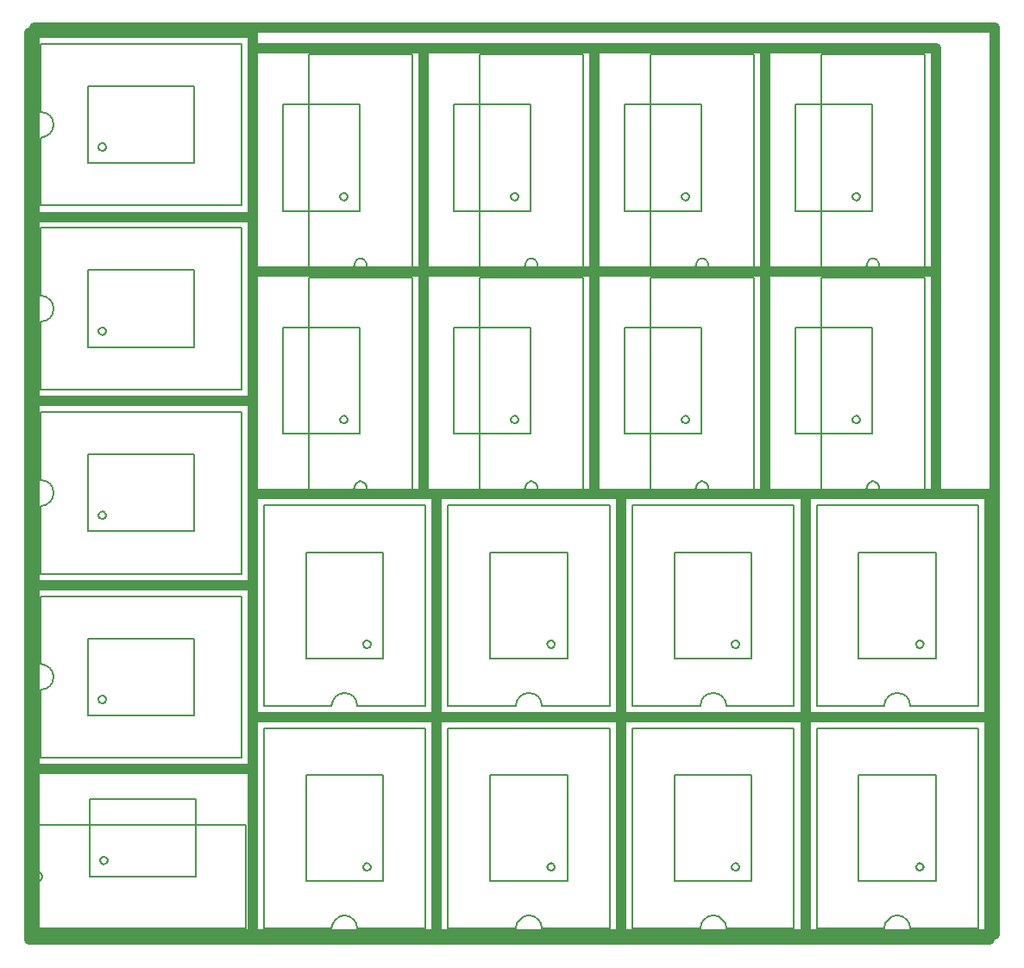
<source format=gto>
%FSLAX24Y24*%
%MOIN*%
%ADD10C,0.0069*%
%ADD11C,0.0394*%
D10*
G01X12874Y17717D02*
X12954Y17646D01*
X12691Y17717D02*
X12783Y17740D01*
X12874Y17717D01*
X9784Y23675D02*
X12768Y23675D01*
X14783Y25615D02*
X14783Y17365D01*
X10783Y25615D02*
X14783Y25615D01*
X10783Y17365D02*
X10783Y25615D01*
X13033Y17365D02*
X14783Y17365D01*
X12533Y17365D02*
X10783Y17365D01*
X12533Y17365D02*
X12554Y17529D01*
X9785Y19565D02*
X9784Y23675D01*
X9785Y19565D02*
X12769Y19565D01*
X12768Y23675D01*
X12145Y19965D02*
X12251Y20009D01*
X12039Y20009D02*
X12145Y19965D01*
X12251Y20009D02*
X12295Y20115D01*
X11995Y20115D02*
X12039Y20009D01*
X12295Y20115D02*
X12251Y20221D01*
X13011Y17529D02*
X13033Y17365D01*
X12554Y17529D02*
X12611Y17646D01*
X12039Y20221D02*
X11995Y20115D01*
X12251Y20221D02*
X12145Y20265D01*
X12039Y20221D01*
X12954Y17646D02*
X13011Y17529D01*
X12611Y17646D02*
X12691Y17717D01*
X12874Y26337D02*
X12954Y26266D01*
X12691Y26337D02*
X12783Y26360D01*
X12874Y26337D01*
X9784Y32295D02*
X12768Y32295D01*
X14783Y34235D02*
X14783Y25985D01*
X10783Y34235D02*
X14783Y34235D01*
X10783Y25985D02*
X10783Y34235D01*
X13033Y25985D02*
X14783Y25985D01*
X12533Y25985D02*
X10783Y25985D01*
X12533Y25985D02*
X12554Y26149D01*
X9785Y28185D02*
X9784Y32295D01*
X9785Y28185D02*
X12769Y28185D01*
X12768Y32295D01*
X12145Y28585D02*
X12251Y28629D01*
X12039Y28629D02*
X12145Y28585D01*
X12251Y28629D02*
X12295Y28735D01*
X11995Y28735D02*
X12039Y28629D01*
X12295Y28735D02*
X12251Y28841D01*
X13011Y26149D02*
X13033Y25985D01*
X12554Y26149D02*
X12611Y26266D01*
X12039Y28841D02*
X11995Y28735D01*
X12251Y28841D02*
X12145Y28885D01*
X12039Y28841D01*
X12954Y26266D02*
X13011Y26149D01*
X12611Y26266D02*
X12691Y26337D01*
X477Y2346D02*
X406Y2266D01*
X477Y2529D02*
X500Y2437D01*
X477Y2346D01*
X6435Y5436D02*
X6435Y2452D01*
X8375Y437D02*
X125Y437D01*
X8375Y4437D02*
X8375Y437D01*
X125Y4437D02*
X8375Y4437D01*
X125Y2187D02*
X125Y437D01*
X125Y2687D02*
X125Y4437D01*
X125Y2687D02*
X289Y2666D01*
X2325Y5435D02*
X6435Y5436D01*
X2325Y5435D02*
X2325Y2451D01*
X6435Y2452D01*
X2725Y3075D02*
X2769Y2969D01*
X2769Y3181D02*
X2725Y3075D01*
X2769Y2969D02*
X2875Y2925D01*
X2875Y3225D02*
X2769Y3181D01*
X2875Y2925D02*
X2981Y2969D01*
X289Y2209D02*
X125Y2187D01*
X289Y2666D02*
X406Y2609D01*
X2981Y3181D02*
X2875Y3225D01*
X2981Y2969D02*
X3025Y3075D01*
X2981Y3181D01*
X406Y2266D02*
X289Y2209D01*
X406Y2609D02*
X477Y2529D01*
X26074Y26337D02*
X26154Y26266D01*
X25891Y26337D02*
X25983Y26360D01*
X26074Y26337D01*
X22984Y32295D02*
X25968Y32295D01*
X27983Y34235D02*
X27983Y25985D01*
X23983Y34235D02*
X27983Y34235D01*
X23983Y25985D02*
X23983Y34235D01*
X26233Y25985D02*
X27983Y25985D01*
X25733Y25985D02*
X23983Y25985D01*
X25733Y25985D02*
X25754Y26149D01*
X22985Y28185D02*
X22984Y32295D01*
X22985Y28185D02*
X25969Y28185D01*
X25968Y32295D01*
X25345Y28585D02*
X25451Y28629D01*
X25239Y28629D02*
X25345Y28585D01*
X25451Y28629D02*
X25495Y28735D01*
X25195Y28735D02*
X25239Y28629D01*
X25495Y28735D02*
X25451Y28841D01*
X26211Y26149D02*
X26233Y25985D01*
X25754Y26149D02*
X25811Y26266D01*
X25239Y28841D02*
X25195Y28735D01*
X25451Y28841D02*
X25345Y28885D01*
X25239Y28841D01*
X26154Y26266D02*
X26211Y26149D01*
X25811Y26266D02*
X25891Y26337D01*
X19474Y17717D02*
X19554Y17646D01*
X19291Y17717D02*
X19383Y17740D01*
X19474Y17717D01*
X16384Y23675D02*
X19368Y23675D01*
X21383Y25615D02*
X21383Y17365D01*
X17383Y25615D02*
X21383Y25615D01*
X17383Y17365D02*
X17383Y25615D01*
X19633Y17365D02*
X21383Y17365D01*
X19133Y17365D02*
X17383Y17365D01*
X19133Y17365D02*
X19154Y17529D01*
X16385Y19565D02*
X16384Y23675D01*
X16385Y19565D02*
X19369Y19565D01*
X19368Y23675D01*
X18745Y19965D02*
X18851Y20009D01*
X18639Y20009D02*
X18745Y19965D01*
X18851Y20009D02*
X18895Y20115D01*
X18595Y20115D02*
X18639Y20009D01*
X18895Y20115D02*
X18851Y20221D01*
X19611Y17529D02*
X19633Y17365D01*
X19154Y17529D02*
X19211Y17646D01*
X18639Y20221D02*
X18595Y20115D01*
X18851Y20221D02*
X18745Y20265D01*
X18639Y20221D01*
X19554Y17646D02*
X19611Y17529D01*
X19211Y17646D02*
X19291Y17717D01*
X26074Y17717D02*
X26154Y17646D01*
X25891Y17717D02*
X25983Y17740D01*
X26074Y17717D01*
X22984Y23675D02*
X25968Y23675D01*
X27983Y25615D02*
X27983Y17365D01*
X23983Y25615D02*
X27983Y25615D01*
X23983Y17365D02*
X23983Y25615D01*
X26233Y17365D02*
X27983Y17365D01*
X25733Y17365D02*
X23983Y17365D01*
X25733Y17365D02*
X25754Y17529D01*
X22985Y19565D02*
X22984Y23675D01*
X22985Y19565D02*
X25969Y19565D01*
X25968Y23675D01*
X25345Y19965D02*
X25451Y20009D01*
X25239Y20009D02*
X25345Y19965D01*
X25451Y20009D02*
X25495Y20115D01*
X25195Y20115D02*
X25239Y20009D01*
X25495Y20115D02*
X25451Y20221D01*
X26211Y17529D02*
X26233Y17365D01*
X25754Y17529D02*
X25811Y17646D01*
X25239Y20221D02*
X25195Y20115D01*
X25451Y20221D02*
X25345Y20265D01*
X25239Y20221D01*
X26154Y17646D02*
X26211Y17529D01*
X25811Y17646D02*
X25891Y17717D01*
X19474Y26337D02*
X19554Y26266D01*
X19291Y26337D02*
X19383Y26360D01*
X19474Y26337D01*
X16384Y32295D02*
X19368Y32295D01*
X21383Y34235D02*
X21383Y25985D01*
X17383Y34235D02*
X21383Y34235D01*
X17383Y25985D02*
X17383Y34235D01*
X19633Y25985D02*
X21383Y25985D01*
X19133Y25985D02*
X17383Y25985D01*
X19133Y25985D02*
X19154Y26149D01*
X16385Y28185D02*
X16384Y32295D01*
X16385Y28185D02*
X19369Y28185D01*
X19368Y32295D01*
X18745Y28585D02*
X18851Y28629D01*
X18639Y28629D02*
X18745Y28585D01*
X18851Y28629D02*
X18895Y28735D01*
X18595Y28735D02*
X18639Y28629D01*
X18895Y28735D02*
X18851Y28841D01*
X19611Y26149D02*
X19633Y25985D01*
X19154Y26149D02*
X19211Y26266D01*
X18639Y28841D02*
X18595Y28735D01*
X18851Y28841D02*
X18745Y28885D01*
X18639Y28841D01*
X19554Y26266D02*
X19611Y26149D01*
X19211Y26266D02*
X19291Y26337D01*
X32674Y26337D02*
X32754Y26266D01*
X32491Y26337D02*
X32583Y26360D01*
X32674Y26337D01*
X29584Y32295D02*
X32568Y32295D01*
X34583Y34235D02*
X34583Y25985D01*
X30583Y34235D02*
X34583Y34235D01*
X30583Y25985D02*
X30583Y34235D01*
X32833Y25985D02*
X34583Y25985D01*
X32333Y25985D02*
X30583Y25985D01*
X32333Y25985D02*
X32354Y26149D01*
X29585Y28185D02*
X29584Y32295D01*
X29585Y28185D02*
X32569Y28185D01*
X32568Y32295D01*
X31945Y28585D02*
X32051Y28629D01*
X31839Y28629D02*
X31945Y28585D01*
X32051Y28629D02*
X32095Y28735D01*
X31795Y28735D02*
X31839Y28629D01*
X32095Y28735D02*
X32051Y28841D01*
X32811Y26149D02*
X32833Y25985D01*
X32354Y26149D02*
X32411Y26266D01*
X31839Y28841D02*
X31795Y28735D01*
X32051Y28841D02*
X31945Y28885D01*
X31839Y28841D01*
X32754Y26266D02*
X32811Y26149D01*
X32411Y26266D02*
X32491Y26337D01*
X32674Y17717D02*
X32754Y17646D01*
X32491Y17717D02*
X32583Y17740D01*
X32674Y17717D01*
X29584Y23675D02*
X32568Y23675D01*
X34583Y25615D02*
X34583Y17365D01*
X30583Y25615D02*
X34583Y25615D01*
X30583Y17365D02*
X30583Y25615D01*
X32833Y17365D02*
X34583Y17365D01*
X32333Y17365D02*
X30583Y17365D01*
X32333Y17365D02*
X32354Y17529D01*
X29585Y19565D02*
X29584Y23675D01*
X29585Y19565D02*
X32569Y19565D01*
X32568Y23675D01*
X31945Y19965D02*
X32051Y20009D01*
X31839Y20009D02*
X31945Y19965D01*
X32051Y20009D02*
X32095Y20115D01*
X31795Y20115D02*
X31839Y20009D01*
X32095Y20115D02*
X32051Y20221D01*
X32811Y17529D02*
X32833Y17365D01*
X32354Y17529D02*
X32411Y17646D01*
X31839Y20221D02*
X31795Y20115D01*
X32051Y20221D02*
X31945Y20265D01*
X31839Y20221D01*
X32754Y17646D02*
X32811Y17529D01*
X32411Y17646D02*
X32491Y17717D01*
X437Y31023D02*
X632Y31062D01*
X437Y34648D02*
X437Y32023D01*
X437Y34648D02*
X8187Y34648D01*
X437Y31023D02*
X437Y28398D01*
X632Y31062D02*
X791Y31169D01*
X632Y31983D02*
X437Y32023D01*
X6372Y33020D02*
X6373Y30036D01*
X791Y31169D02*
X898Y31328D01*
X791Y31876D02*
X632Y31983D01*
X8187Y28398D02*
X437Y28398D01*
X8187Y28398D02*
X8187Y34648D01*
X898Y31328D02*
X937Y31523D01*
X898Y31717D02*
X791Y31876D01*
X937Y31523D02*
X898Y31717D01*
X2262Y33020D02*
X6372Y33020D01*
X2262Y33020D02*
X2263Y30036D01*
X6373Y30036D01*
X2663Y30660D02*
X2707Y30554D01*
X2706Y30766D02*
X2663Y30660D01*
X2707Y30554D02*
X2813Y30510D01*
X2813Y30810D02*
X2706Y30766D01*
X2813Y30510D02*
X2919Y30554D01*
X2919Y30766D02*
X2813Y30810D01*
X2919Y30554D02*
X2963Y30660D01*
X2919Y30766D01*
X12677Y437D02*
X12638Y632D01*
X9052Y437D02*
X11677Y437D01*
X9052Y437D02*
X9052Y8187D01*
X12677Y437D02*
X15302Y437D01*
X12638Y632D02*
X12531Y791D01*
X11717Y632D02*
X11677Y437D01*
X10680Y6372D02*
X13664Y6373D01*
X12531Y791D02*
X12372Y898D01*
X11824Y791D02*
X11717Y632D01*
X15302Y8187D02*
X15302Y437D01*
X15302Y8187D02*
X9052Y8187D01*
X12372Y898D02*
X12177Y937D01*
X11983Y898D02*
X11824Y791D01*
X12177Y937D02*
X11983Y898D01*
X10680Y2262D02*
X10680Y6372D01*
X10680Y2262D02*
X13664Y2263D01*
X13664Y6373D01*
X13040Y2663D02*
X13146Y2707D01*
X12934Y2706D02*
X13040Y2663D01*
X13146Y2707D02*
X13190Y2813D01*
X12890Y2813D02*
X12934Y2706D01*
X13190Y2813D02*
X13146Y2919D01*
X12934Y2919D02*
X12890Y2813D01*
X13146Y2919D02*
X13040Y2963D01*
X12934Y2919D01*
X19797Y437D02*
X19758Y632D01*
X16172Y437D02*
X18797Y437D01*
X16172Y437D02*
X16172Y8187D01*
X19797Y437D02*
X22422Y437D01*
X19758Y632D02*
X19651Y791D01*
X18837Y632D02*
X18797Y437D01*
X17800Y6372D02*
X20784Y6373D01*
X19651Y791D02*
X19492Y898D01*
X18944Y791D02*
X18837Y632D01*
X22422Y8187D02*
X22422Y437D01*
X22422Y8187D02*
X16172Y8187D01*
X19492Y898D02*
X19297Y937D01*
X19103Y898D02*
X18944Y791D01*
X19297Y937D02*
X19103Y898D01*
X17800Y2262D02*
X17800Y6372D01*
X17800Y2262D02*
X20784Y2263D01*
X20784Y6373D01*
X20160Y2663D02*
X20266Y2707D01*
X20054Y2706D02*
X20160Y2663D01*
X20266Y2707D02*
X20310Y2813D01*
X20010Y2813D02*
X20054Y2706D01*
X20310Y2813D02*
X20266Y2919D01*
X20054Y2919D02*
X20010Y2813D01*
X20266Y2919D02*
X20160Y2963D01*
X20054Y2919D01*
X34037Y437D02*
X33998Y632D01*
X30412Y437D02*
X33037Y437D01*
X30412Y437D02*
X30412Y8187D01*
X34037Y437D02*
X36662Y437D01*
X33998Y632D02*
X33891Y791D01*
X33077Y632D02*
X33037Y437D01*
X32040Y6372D02*
X35024Y6373D01*
X33891Y791D02*
X33732Y898D01*
X33184Y791D02*
X33077Y632D01*
X36662Y8187D02*
X36662Y437D01*
X36662Y8187D02*
X30412Y8187D01*
X33732Y898D02*
X33537Y937D01*
X33343Y898D02*
X33184Y791D01*
X33537Y937D02*
X33343Y898D01*
X32040Y2262D02*
X32040Y6372D01*
X32040Y2262D02*
X35024Y2263D01*
X35024Y6373D01*
X34400Y2663D02*
X34506Y2707D01*
X34294Y2706D02*
X34400Y2663D01*
X34506Y2707D02*
X34550Y2813D01*
X34250Y2813D02*
X34294Y2706D01*
X34550Y2813D02*
X34506Y2919D01*
X34294Y2919D02*
X34250Y2813D01*
X34506Y2919D02*
X34400Y2963D01*
X34294Y2919D01*
X26917Y437D02*
X26878Y632D01*
X23292Y437D02*
X25917Y437D01*
X23292Y437D02*
X23292Y8187D01*
X26917Y437D02*
X29542Y437D01*
X26878Y632D02*
X26771Y791D01*
X25957Y632D02*
X25917Y437D01*
X24920Y6372D02*
X27904Y6373D01*
X26771Y791D02*
X26612Y898D01*
X26064Y791D02*
X25957Y632D01*
X29542Y8187D02*
X29542Y437D01*
X29542Y8187D02*
X23292Y8187D01*
X26612Y898D02*
X26417Y937D01*
X26223Y898D02*
X26064Y791D01*
X26417Y937D02*
X26223Y898D01*
X24920Y2262D02*
X24920Y6372D01*
X24920Y2262D02*
X27904Y2263D01*
X27904Y6373D01*
X27280Y2663D02*
X27386Y2707D01*
X27174Y2706D02*
X27280Y2663D01*
X27386Y2707D02*
X27430Y2813D01*
X27130Y2813D02*
X27174Y2706D01*
X27430Y2813D02*
X27386Y2919D01*
X27174Y2919D02*
X27130Y2813D01*
X27386Y2919D02*
X27280Y2963D01*
X27174Y2919D01*
X12677Y9057D02*
X12638Y9252D01*
X9052Y9057D02*
X11677Y9057D01*
X9052Y9057D02*
X9052Y16807D01*
X12677Y9057D02*
X15302Y9057D01*
X12638Y9252D02*
X12531Y9411D01*
X11717Y9252D02*
X11677Y9057D01*
X10680Y14992D02*
X13664Y14993D01*
X12531Y9411D02*
X12372Y9518D01*
X11824Y9411D02*
X11717Y9252D01*
X15302Y16807D02*
X15302Y9057D01*
X15302Y16807D02*
X9052Y16807D01*
X12372Y9518D02*
X12177Y9557D01*
X11983Y9518D02*
X11824Y9411D01*
X12177Y9557D02*
X11983Y9518D01*
X10680Y10882D02*
X10680Y14992D01*
X10680Y10882D02*
X13664Y10883D01*
X13664Y14993D01*
X13040Y11283D02*
X13146Y11327D01*
X12934Y11326D02*
X13040Y11283D01*
X13146Y11327D02*
X13190Y11433D01*
X12890Y11433D02*
X12934Y11326D01*
X13190Y11433D02*
X13146Y11539D01*
X12934Y11539D02*
X12890Y11433D01*
X13146Y11539D02*
X13040Y11583D01*
X12934Y11539D01*
X19797Y9057D02*
X19758Y9252D01*
X16172Y9057D02*
X18797Y9057D01*
X16172Y9057D02*
X16172Y16807D01*
X19797Y9057D02*
X22422Y9057D01*
X19758Y9252D02*
X19651Y9411D01*
X18837Y9252D02*
X18797Y9057D01*
X17800Y14992D02*
X20784Y14993D01*
X19651Y9411D02*
X19492Y9518D01*
X18944Y9411D02*
X18837Y9252D01*
X22422Y16807D02*
X22422Y9057D01*
X22422Y16807D02*
X16172Y16807D01*
X19492Y9518D02*
X19297Y9557D01*
X19103Y9518D02*
X18944Y9411D01*
X19297Y9557D02*
X19103Y9518D01*
X17800Y10882D02*
X17800Y14992D01*
X17800Y10882D02*
X20784Y10883D01*
X20784Y14993D01*
X20160Y11283D02*
X20266Y11327D01*
X20054Y11326D02*
X20160Y11283D01*
X20266Y11327D02*
X20310Y11433D01*
X20010Y11433D02*
X20054Y11326D01*
X20310Y11433D02*
X20266Y11539D01*
X20054Y11539D02*
X20010Y11433D01*
X20266Y11539D02*
X20160Y11583D01*
X20054Y11539D01*
X26917Y9057D02*
X26878Y9252D01*
X23292Y9057D02*
X25917Y9057D01*
X23292Y9057D02*
X23292Y16807D01*
X26917Y9057D02*
X29542Y9057D01*
X26878Y9252D02*
X26771Y9411D01*
X25957Y9252D02*
X25917Y9057D01*
X24920Y14992D02*
X27904Y14993D01*
X26771Y9411D02*
X26612Y9518D01*
X26064Y9411D02*
X25957Y9252D01*
X29542Y16807D02*
X29542Y9057D01*
X29542Y16807D02*
X23292Y16807D01*
X26612Y9518D02*
X26417Y9557D01*
X26223Y9518D02*
X26064Y9411D01*
X26417Y9557D02*
X26223Y9518D01*
X24920Y10882D02*
X24920Y14992D01*
X24920Y10882D02*
X27904Y10883D01*
X27904Y14993D01*
X27280Y11283D02*
X27386Y11327D01*
X27174Y11326D02*
X27280Y11283D01*
X27386Y11327D02*
X27430Y11433D01*
X27130Y11433D02*
X27174Y11326D01*
X27430Y11433D02*
X27386Y11539D01*
X27174Y11539D02*
X27130Y11433D01*
X27386Y11539D02*
X27280Y11583D01*
X27174Y11539D01*
X437Y23903D02*
X632Y23942D01*
X437Y27528D02*
X437Y24903D01*
X437Y27528D02*
X8187Y27528D01*
X437Y23903D02*
X437Y21278D01*
X632Y23942D02*
X791Y24049D01*
X632Y24863D02*
X437Y24903D01*
X6372Y25900D02*
X6373Y22916D01*
X791Y24049D02*
X898Y24208D01*
X791Y24756D02*
X632Y24863D01*
X8187Y21278D02*
X437Y21278D01*
X8187Y21278D02*
X8187Y27528D01*
X898Y24208D02*
X937Y24403D01*
X898Y24597D02*
X791Y24756D01*
X937Y24403D02*
X898Y24597D01*
X2262Y25900D02*
X6372Y25900D01*
X2262Y25900D02*
X2263Y22916D01*
X6373Y22916D01*
X2663Y23540D02*
X2707Y23434D01*
X2706Y23646D02*
X2663Y23540D01*
X2707Y23434D02*
X2813Y23390D01*
X2813Y23690D02*
X2706Y23646D01*
X2813Y23390D02*
X2919Y23434D01*
X2919Y23646D02*
X2813Y23690D01*
X2919Y23434D02*
X2963Y23540D01*
X2919Y23646D01*
X437Y16783D02*
X632Y16822D01*
X437Y20408D02*
X437Y17783D01*
X437Y20408D02*
X8187Y20408D01*
X437Y16783D02*
X437Y14158D01*
X632Y16822D02*
X791Y16929D01*
X632Y17743D02*
X437Y17783D01*
X6372Y18780D02*
X6373Y15796D01*
X791Y16929D02*
X898Y17088D01*
X791Y17636D02*
X632Y17743D01*
X8187Y14158D02*
X437Y14158D01*
X8187Y14158D02*
X8187Y20408D01*
X898Y17088D02*
X937Y17283D01*
X898Y17477D02*
X791Y17636D01*
X937Y17283D02*
X898Y17477D01*
X2262Y18780D02*
X6372Y18780D01*
X2262Y18780D02*
X2263Y15796D01*
X6373Y15796D01*
X2663Y16420D02*
X2707Y16314D01*
X2706Y16526D02*
X2663Y16420D01*
X2707Y16314D02*
X2813Y16270D01*
X2813Y16570D02*
X2706Y16526D01*
X2813Y16270D02*
X2919Y16314D01*
X2919Y16526D02*
X2813Y16570D01*
X2919Y16314D02*
X2963Y16420D01*
X2919Y16526D01*
X437Y9663D02*
X632Y9702D01*
X437Y13288D02*
X437Y10663D01*
X437Y13288D02*
X8187Y13288D01*
X437Y9663D02*
X437Y7038D01*
X632Y9702D02*
X791Y9809D01*
X632Y10623D02*
X437Y10663D01*
X6372Y11660D02*
X6373Y8676D01*
X791Y9809D02*
X898Y9968D01*
X791Y10516D02*
X632Y10623D01*
X8187Y7038D02*
X437Y7038D01*
X8187Y7038D02*
X8187Y13288D01*
X898Y9968D02*
X937Y10163D01*
X898Y10357D02*
X791Y10516D01*
X937Y10163D02*
X898Y10357D01*
X2262Y11660D02*
X6372Y11660D01*
X2262Y11660D02*
X2263Y8676D01*
X6373Y8676D01*
X2663Y9300D02*
X2707Y9194D01*
X2706Y9406D02*
X2663Y9300D01*
X2707Y9194D02*
X2813Y9150D01*
X2813Y9450D02*
X2706Y9406D01*
X2813Y9150D02*
X2919Y9194D01*
X2919Y9406D02*
X2813Y9450D01*
X2919Y9194D02*
X2963Y9300D01*
X2919Y9406D01*
X34037Y9057D02*
X33998Y9252D01*
X30412Y9057D02*
X33037Y9057D01*
X30412Y9057D02*
X30412Y16807D01*
X34037Y9057D02*
X36662Y9057D01*
X33998Y9252D02*
X33891Y9411D01*
X33077Y9252D02*
X33037Y9057D01*
X32040Y14992D02*
X35024Y14993D01*
X33891Y9411D02*
X33732Y9518D01*
X33184Y9411D02*
X33077Y9252D01*
X36662Y16807D02*
X36662Y9057D01*
X36662Y16807D02*
X30412Y16807D01*
X33732Y9518D02*
X33537Y9557D01*
X33343Y9518D02*
X33184Y9411D01*
X33537Y9557D02*
X33343Y9518D01*
X32040Y10882D02*
X32040Y14992D01*
X32040Y10882D02*
X35024Y10883D01*
X35024Y14993D01*
X34400Y11283D02*
X34506Y11327D01*
X34294Y11326D02*
X34400Y11283D01*
X34506Y11327D02*
X34550Y11433D01*
X34250Y11433D02*
X34294Y11326D01*
X34550Y11433D02*
X34506Y11539D01*
X34294Y11539D02*
X34250Y11433D01*
X34506Y11539D02*
X34400Y11583D01*
X34294Y11539D01*
D11*
G01X8620Y17240D02*
X8620Y25860D01*
X15220Y25860D01*
X15220Y17240D01*
X8620Y17240D01*
X8620Y25860D02*
X8620Y34480D01*
X15220Y34480D01*
X15220Y25860D01*
X8620Y25860D01*
X0Y0D02*
X0Y6600D01*
X8620Y6600D01*
X8620Y0D01*
X0Y0D01*
X21820Y25860D02*
X21820Y34480D01*
X28420Y34480D01*
X28420Y25860D01*
X21820Y25860D01*
X15220Y17240D02*
X15220Y25860D01*
X21820Y25860D01*
X21820Y17240D01*
X15220Y17240D01*
X21820Y17240D02*
X21820Y25860D01*
X28420Y25860D01*
X28420Y17240D01*
X21820Y17240D01*
X15220Y25860D02*
X15220Y34480D01*
X21820Y34480D01*
X21820Y25860D01*
X15220Y25860D01*
X28420Y25860D02*
X28420Y34480D01*
X35020Y34480D01*
X35020Y25860D01*
X28420Y25860D01*
X28420Y17240D02*
X28420Y25860D01*
X35020Y25860D01*
X35020Y17240D01*
X28420Y17240D01*
X0Y27960D02*
X0Y35080D01*
X8620Y35080D01*
X8620Y27960D01*
X0Y27960D01*
X8620Y0D02*
X8620Y8620D01*
X15740Y8620D01*
X15740Y0D01*
X8620Y0D01*
X15740Y0D02*
X15740Y8620D01*
X22860Y8620D01*
X22860Y0D01*
X15740Y0D01*
X29980Y0D02*
X29980Y8620D01*
X37100Y8620D01*
X37100Y0D01*
X29980Y0D01*
X22860Y0D02*
X22860Y8620D01*
X29980Y8620D01*
X29980Y0D01*
X22860Y0D01*
X8620Y8620D02*
X8620Y17240D01*
X15740Y17240D01*
X15740Y8620D01*
X8620Y8620D01*
X15740Y8620D02*
X15740Y17240D01*
X22860Y17240D01*
X22860Y8620D01*
X15740Y8620D01*
X22860Y8620D02*
X22860Y17240D01*
X29980Y17240D01*
X29980Y8620D01*
X22860Y8620D01*
X0Y20840D02*
X0Y27960D01*
X8620Y27960D01*
X8620Y20840D01*
X0Y20840D01*
X0Y13720D02*
X0Y20840D01*
X8620Y20840D01*
X8620Y13720D01*
X0Y13720D01*
X0Y6600D02*
X0Y13720D01*
X8620Y13720D01*
X8620Y6600D01*
X0Y6600D01*
X29980Y8620D02*
X29980Y17240D01*
X37100Y17240D01*
X37100Y8620D01*
X29980Y8620D01*
X197Y197D02*
X197Y35277D01*
X37297Y35277D01*
X37297Y197D01*
X197Y197D01*
M02*

</source>
